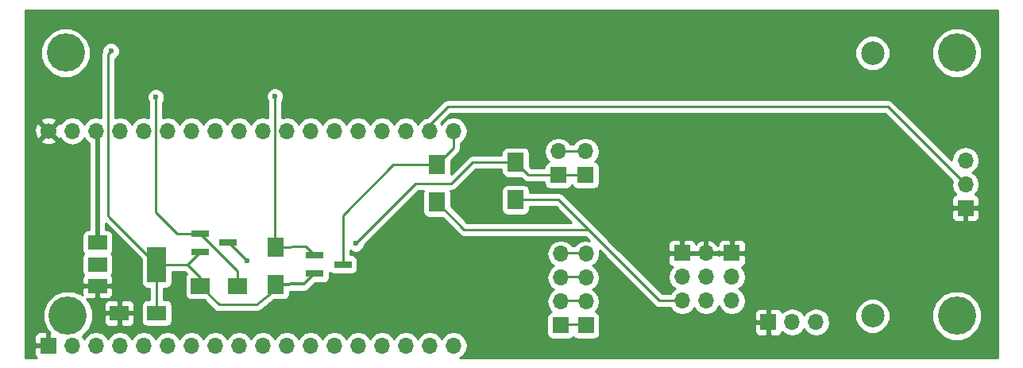
<source format=gbr>
G04 #@! TF.FileFunction,Copper,L2,Bot,Signal*
%FSLAX46Y46*%
G04 Gerber Fmt 4.6, Leading zero omitted, Abs format (unit mm)*
G04 Created by KiCad (PCBNEW 4.0.7) date 04/05/18 15:18:43*
%MOMM*%
%LPD*%
G01*
G04 APERTURE LIST*
%ADD10C,0.100000*%
%ADD11O,1.700000X1.700000*%
%ADD12R,1.700000X1.700000*%
%ADD13C,1.700000*%
%ADD14R,1.900000X0.800000*%
%ADD15R,2.000000X3.800000*%
%ADD16R,2.000000X1.500000*%
%ADD17R,1.700000X2.000000*%
%ADD18R,2.000000X1.700000*%
%ADD19C,4.064000*%
%ADD20C,2.500000*%
%ADD21R,2.000000X1.600000*%
%ADD22C,0.600000*%
%ADD23C,0.250000*%
%ADD24C,0.500000*%
%ADD25C,0.350000*%
%ADD26C,0.254000*%
G04 APERTURE END LIST*
D10*
D11*
X137530000Y-108960000D03*
X134990000Y-108960000D03*
X132450000Y-108960000D03*
X129910000Y-108960000D03*
X127370000Y-108960000D03*
X124830000Y-108960000D03*
X122290000Y-108960000D03*
X119750000Y-108960000D03*
X117210000Y-108960000D03*
X114670000Y-108960000D03*
X112130000Y-108960000D03*
X109590000Y-108960000D03*
X107050000Y-108960000D03*
X104510000Y-108960000D03*
X101970000Y-108960000D03*
X99430000Y-108960000D03*
X96890000Y-108960000D03*
D12*
X94350000Y-108960000D03*
D13*
X94350000Y-86100000D03*
D11*
X96890000Y-86100000D03*
X99430000Y-86100000D03*
X101970000Y-86100000D03*
X104510000Y-86100000D03*
X107050000Y-86100000D03*
X109590000Y-86100000D03*
X112130000Y-86100000D03*
X114670000Y-86100000D03*
X117210000Y-86100000D03*
X119750000Y-86100000D03*
X122290000Y-86100000D03*
X124830000Y-86100000D03*
X127370000Y-86100000D03*
X129910000Y-86100000D03*
X132450000Y-86100000D03*
X134990000Y-86100000D03*
X137530000Y-86100000D03*
D12*
X171100000Y-106450000D03*
D11*
X173640000Y-106450000D03*
X176180000Y-106450000D03*
D12*
X192103000Y-94320000D03*
D11*
X192103000Y-91780000D03*
X192103000Y-89240000D03*
D12*
X151638000Y-106807000D03*
D11*
X151638000Y-104267000D03*
X151638000Y-101727000D03*
X151638000Y-99187000D03*
D12*
X151600000Y-90800000D03*
D11*
X151600000Y-88260000D03*
D12*
X167200000Y-99100000D03*
D11*
X167200000Y-101640000D03*
X167200000Y-104180000D03*
D12*
X161900000Y-99100000D03*
D11*
X164440000Y-99100000D03*
X161900000Y-101640000D03*
X164440000Y-101640000D03*
X161900000Y-104180000D03*
X164440000Y-104180000D03*
D12*
X148971000Y-106807000D03*
D11*
X148971000Y-104267000D03*
X148971000Y-101727000D03*
X148971000Y-99187000D03*
D12*
X148700000Y-90800000D03*
D11*
X148700000Y-88260000D03*
D14*
X110527000Y-98962000D03*
X110527000Y-97062000D03*
X113527000Y-98012000D03*
X122727000Y-101262000D03*
X122727000Y-99362000D03*
X125727000Y-100312000D03*
D15*
X105877000Y-100312000D03*
D16*
X99577000Y-100312000D03*
X99577000Y-98012000D03*
X99577000Y-102612000D03*
D17*
X144145000Y-89440000D03*
X144145000Y-93440000D03*
X135763000Y-89694000D03*
X135763000Y-93694000D03*
D18*
X110527000Y-102612000D03*
X114527000Y-102612000D03*
D17*
X118577360Y-98444300D03*
X118577360Y-102444300D03*
D19*
X96420000Y-105770000D03*
X191170000Y-105770000D03*
X191180000Y-77770000D03*
X96180000Y-77770000D03*
D20*
X182200000Y-105800000D03*
X182200000Y-77800000D03*
D21*
X105900000Y-105500000D03*
X101900000Y-105500000D03*
D22*
X127100000Y-98100000D03*
X115500000Y-99900000D03*
X101000000Y-77600000D03*
X105800000Y-82500000D03*
X118500000Y-82400000D03*
D23*
X125727000Y-100312000D02*
X125727000Y-95073000D01*
X131106000Y-89694000D02*
X135763000Y-89694000D01*
X125727000Y-95073000D02*
X131106000Y-89694000D01*
X137530000Y-86100000D02*
X137530000Y-87927000D01*
X137530000Y-87927000D02*
X135763000Y-89694000D01*
X151600000Y-88260000D02*
X148700000Y-88260000D01*
X149160000Y-99100000D02*
X151700000Y-99100000D01*
X149160000Y-101640000D02*
X151700000Y-101640000D01*
X149160000Y-104180000D02*
X151700000Y-104180000D01*
X149160000Y-106720000D02*
X151700000Y-106720000D01*
X144145000Y-93440000D02*
X148740000Y-93440000D01*
X148740000Y-93440000D02*
X151900000Y-96600000D01*
X161900000Y-104180000D02*
X159480000Y-104180000D01*
X138669000Y-96600000D02*
X135763000Y-93694000D01*
X151900000Y-96600000D02*
X138669000Y-96600000D01*
X159480000Y-104180000D02*
X151900000Y-96600000D01*
D24*
X99577000Y-98012000D02*
X99577000Y-86247000D01*
D23*
X99577000Y-86247000D02*
X99430000Y-86100000D01*
D24*
X99557000Y-97992000D02*
X99577000Y-98012000D01*
D23*
X144145000Y-89440000D02*
X139560000Y-89440000D01*
X133500000Y-91700000D02*
X127100000Y-98100000D01*
X137300000Y-91700000D02*
X133500000Y-91700000D01*
X139560000Y-89440000D02*
X137300000Y-91700000D01*
X113527000Y-98012000D02*
X113612000Y-98012000D01*
X113612000Y-98012000D02*
X115500000Y-99900000D01*
X148700000Y-90800000D02*
X145505000Y-90800000D01*
X145505000Y-90800000D02*
X144145000Y-89440000D01*
X148700000Y-90800000D02*
X151600000Y-90800000D01*
X134990000Y-86100000D02*
X134990000Y-85410000D01*
X134990000Y-85410000D02*
X136900000Y-83500000D01*
X183823000Y-83500000D02*
X192103000Y-91780000D01*
X136900000Y-83500000D02*
X183823000Y-83500000D01*
X134990000Y-86100000D02*
X135000000Y-86100000D01*
X105877000Y-100312000D02*
X105877000Y-105477000D01*
X105877000Y-105477000D02*
X105900000Y-105500000D01*
X100700000Y-77900000D02*
X100700000Y-95135000D01*
X100827000Y-95262000D02*
X105877000Y-100312000D01*
X100700000Y-95135000D02*
X100827000Y-95262000D01*
X118577360Y-102444300D02*
X118577360Y-102944300D01*
X118577360Y-102944300D02*
X116527000Y-104612000D01*
X112527000Y-104612000D02*
X110527000Y-102612000D01*
X116527000Y-104612000D02*
X112527000Y-104612000D01*
X110527000Y-102612000D02*
X110527000Y-101662000D01*
X110527000Y-101662000D02*
X109177000Y-100312000D01*
X105877000Y-100312000D02*
X109177000Y-100312000D01*
X109177000Y-100312000D02*
X110527000Y-98962000D01*
X101000000Y-77600000D02*
X100700000Y-77900000D01*
X100700000Y-77900000D02*
X100700000Y-77900000D01*
D25*
X118577360Y-102444300D02*
X121577000Y-102412000D01*
X121577000Y-102412000D02*
X122727000Y-101262000D01*
X110527000Y-102612000D02*
X110527000Y-101912000D01*
D23*
X105800000Y-87700000D02*
X105800000Y-94785000D01*
X108077000Y-97062000D02*
X105927000Y-94912000D01*
X108077000Y-97062000D02*
X110527000Y-97062000D01*
X105800000Y-94785000D02*
X105927000Y-94912000D01*
X105800000Y-87800000D02*
X105800000Y-87700000D01*
X105800000Y-87700000D02*
X105800000Y-82500000D01*
X114527000Y-102612000D02*
X114527000Y-101062000D01*
X114527000Y-101062000D02*
X110527000Y-97062000D01*
X118500000Y-98366940D02*
X118500000Y-82400000D01*
X118500000Y-98366940D02*
X118577360Y-98444300D01*
X118577360Y-98444300D02*
X121777000Y-98412000D01*
X121777000Y-98412000D02*
X122727000Y-99362000D01*
D26*
G36*
X195490000Y-110290000D02*
X138204625Y-110290000D01*
X138580054Y-110039147D01*
X138901961Y-109557378D01*
X139015000Y-108989093D01*
X139015000Y-108930907D01*
X138901961Y-108362622D01*
X138580054Y-107880853D01*
X138098285Y-107558946D01*
X137530000Y-107445907D01*
X136961715Y-107558946D01*
X136479946Y-107880853D01*
X136260000Y-108210026D01*
X136040054Y-107880853D01*
X135558285Y-107558946D01*
X134990000Y-107445907D01*
X134421715Y-107558946D01*
X133939946Y-107880853D01*
X133720000Y-108210026D01*
X133500054Y-107880853D01*
X133018285Y-107558946D01*
X132450000Y-107445907D01*
X131881715Y-107558946D01*
X131399946Y-107880853D01*
X131180000Y-108210026D01*
X130960054Y-107880853D01*
X130478285Y-107558946D01*
X129910000Y-107445907D01*
X129341715Y-107558946D01*
X128859946Y-107880853D01*
X128640000Y-108210026D01*
X128420054Y-107880853D01*
X127938285Y-107558946D01*
X127370000Y-107445907D01*
X126801715Y-107558946D01*
X126319946Y-107880853D01*
X126100000Y-108210026D01*
X125880054Y-107880853D01*
X125398285Y-107558946D01*
X124830000Y-107445907D01*
X124261715Y-107558946D01*
X123779946Y-107880853D01*
X123560000Y-108210026D01*
X123340054Y-107880853D01*
X122858285Y-107558946D01*
X122290000Y-107445907D01*
X121721715Y-107558946D01*
X121239946Y-107880853D01*
X121020000Y-108210026D01*
X120800054Y-107880853D01*
X120318285Y-107558946D01*
X119750000Y-107445907D01*
X119181715Y-107558946D01*
X118699946Y-107880853D01*
X118480000Y-108210026D01*
X118260054Y-107880853D01*
X117778285Y-107558946D01*
X117210000Y-107445907D01*
X116641715Y-107558946D01*
X116159946Y-107880853D01*
X115940000Y-108210026D01*
X115720054Y-107880853D01*
X115238285Y-107558946D01*
X114670000Y-107445907D01*
X114101715Y-107558946D01*
X113619946Y-107880853D01*
X113400000Y-108210026D01*
X113180054Y-107880853D01*
X112698285Y-107558946D01*
X112130000Y-107445907D01*
X111561715Y-107558946D01*
X111079946Y-107880853D01*
X110860000Y-108210026D01*
X110640054Y-107880853D01*
X110158285Y-107558946D01*
X109590000Y-107445907D01*
X109021715Y-107558946D01*
X108539946Y-107880853D01*
X108320000Y-108210026D01*
X108100054Y-107880853D01*
X107618285Y-107558946D01*
X107050000Y-107445907D01*
X106481715Y-107558946D01*
X105999946Y-107880853D01*
X105780000Y-108210026D01*
X105560054Y-107880853D01*
X105078285Y-107558946D01*
X104510000Y-107445907D01*
X103941715Y-107558946D01*
X103459946Y-107880853D01*
X103240000Y-108210026D01*
X103020054Y-107880853D01*
X102538285Y-107558946D01*
X101970000Y-107445907D01*
X101401715Y-107558946D01*
X100919946Y-107880853D01*
X100700000Y-108210026D01*
X100480054Y-107880853D01*
X99998285Y-107558946D01*
X99430000Y-107445907D01*
X98861715Y-107558946D01*
X98379946Y-107880853D01*
X98160000Y-108210026D01*
X97996235Y-107964934D01*
X98679655Y-107282707D01*
X99086536Y-106302827D01*
X99086987Y-105785750D01*
X100265000Y-105785750D01*
X100265000Y-106426310D01*
X100361673Y-106659699D01*
X100540302Y-106838327D01*
X100773691Y-106935000D01*
X101614250Y-106935000D01*
X101773000Y-106776250D01*
X101773000Y-105627000D01*
X102027000Y-105627000D01*
X102027000Y-106776250D01*
X102185750Y-106935000D01*
X103026309Y-106935000D01*
X103259698Y-106838327D01*
X103438327Y-106659699D01*
X103535000Y-106426310D01*
X103535000Y-105785750D01*
X103376250Y-105627000D01*
X102027000Y-105627000D01*
X101773000Y-105627000D01*
X100423750Y-105627000D01*
X100265000Y-105785750D01*
X99086987Y-105785750D01*
X99087462Y-105241828D01*
X98811394Y-104573690D01*
X100265000Y-104573690D01*
X100265000Y-105214250D01*
X100423750Y-105373000D01*
X101773000Y-105373000D01*
X101773000Y-104223750D01*
X102027000Y-104223750D01*
X102027000Y-105373000D01*
X103376250Y-105373000D01*
X103535000Y-105214250D01*
X103535000Y-104573690D01*
X103438327Y-104340301D01*
X103259698Y-104161673D01*
X103026309Y-104065000D01*
X102185750Y-104065000D01*
X102027000Y-104223750D01*
X101773000Y-104223750D01*
X101614250Y-104065000D01*
X100773691Y-104065000D01*
X100540302Y-104161673D01*
X100361673Y-104340301D01*
X100265000Y-104573690D01*
X98811394Y-104573690D01*
X98682291Y-104261239D01*
X98395827Y-103974275D01*
X98450691Y-103997000D01*
X99291250Y-103997000D01*
X99450000Y-103838250D01*
X99450000Y-102739000D01*
X99704000Y-102739000D01*
X99704000Y-103838250D01*
X99862750Y-103997000D01*
X100703309Y-103997000D01*
X100936698Y-103900327D01*
X101115327Y-103721699D01*
X101212000Y-103488310D01*
X101212000Y-102897750D01*
X101053250Y-102739000D01*
X99704000Y-102739000D01*
X99450000Y-102739000D01*
X98100750Y-102739000D01*
X97942000Y-102897750D01*
X97942000Y-103488310D01*
X97964191Y-103541884D01*
X97932707Y-103510345D01*
X96952827Y-103103464D01*
X95891828Y-103102538D01*
X94911239Y-103507709D01*
X94160345Y-104257293D01*
X93753464Y-105237173D01*
X93752538Y-106298172D01*
X94157709Y-107278761D01*
X94494555Y-107616195D01*
X94477000Y-107633750D01*
X94477000Y-108833000D01*
X94497000Y-108833000D01*
X94497000Y-109087000D01*
X94477000Y-109087000D01*
X94477000Y-109107000D01*
X94223000Y-109107000D01*
X94223000Y-109087000D01*
X93023750Y-109087000D01*
X92865000Y-109245750D01*
X92865000Y-109936309D01*
X92961673Y-110169698D01*
X93081974Y-110290000D01*
X91910000Y-110290000D01*
X91910000Y-107983691D01*
X92865000Y-107983691D01*
X92865000Y-108674250D01*
X93023750Y-108833000D01*
X94223000Y-108833000D01*
X94223000Y-107633750D01*
X94064250Y-107475000D01*
X93373690Y-107475000D01*
X93140301Y-107571673D01*
X92961673Y-107750302D01*
X92865000Y-107983691D01*
X91910000Y-107983691D01*
X91910000Y-87143958D01*
X93485647Y-87143958D01*
X93565920Y-87395259D01*
X94121279Y-87596718D01*
X94711458Y-87570315D01*
X95134080Y-87395259D01*
X95214353Y-87143958D01*
X94350000Y-86279605D01*
X93485647Y-87143958D01*
X91910000Y-87143958D01*
X91910000Y-85871279D01*
X92853282Y-85871279D01*
X92879685Y-86461458D01*
X93054741Y-86884080D01*
X93306042Y-86964353D01*
X94170395Y-86100000D01*
X94529605Y-86100000D01*
X95393958Y-86964353D01*
X95643223Y-86884730D01*
X95839946Y-87179147D01*
X96321715Y-87501054D01*
X96890000Y-87614093D01*
X97458285Y-87501054D01*
X97940054Y-87179147D01*
X98160000Y-86849974D01*
X98379946Y-87179147D01*
X98692000Y-87387654D01*
X98692000Y-96614560D01*
X98577000Y-96614560D01*
X98341683Y-96658838D01*
X98125559Y-96797910D01*
X97980569Y-97010110D01*
X97929560Y-97262000D01*
X97929560Y-98762000D01*
X97973838Y-98997317D01*
X98080759Y-99163477D01*
X97980569Y-99310110D01*
X97929560Y-99562000D01*
X97929560Y-101062000D01*
X97973838Y-101297317D01*
X98079482Y-101461492D01*
X98038673Y-101502301D01*
X97942000Y-101735690D01*
X97942000Y-102326250D01*
X98100750Y-102485000D01*
X99450000Y-102485000D01*
X99450000Y-102465000D01*
X99704000Y-102465000D01*
X99704000Y-102485000D01*
X101053250Y-102485000D01*
X101212000Y-102326250D01*
X101212000Y-101735690D01*
X101115327Y-101502301D01*
X101073366Y-101460340D01*
X101173431Y-101313890D01*
X101224440Y-101062000D01*
X101224440Y-99562000D01*
X101180162Y-99326683D01*
X101073241Y-99160523D01*
X101173431Y-99013890D01*
X101224440Y-98762000D01*
X101224440Y-97262000D01*
X101180162Y-97026683D01*
X101041090Y-96810559D01*
X100828890Y-96665569D01*
X100577000Y-96614560D01*
X100462000Y-96614560D01*
X100462000Y-95971802D01*
X104229560Y-99739363D01*
X104229560Y-102212000D01*
X104273838Y-102447317D01*
X104412910Y-102663441D01*
X104625110Y-102808431D01*
X104877000Y-102859440D01*
X105117000Y-102859440D01*
X105117000Y-104052560D01*
X104900000Y-104052560D01*
X104664683Y-104096838D01*
X104448559Y-104235910D01*
X104303569Y-104448110D01*
X104252560Y-104700000D01*
X104252560Y-106300000D01*
X104296838Y-106535317D01*
X104435910Y-106751441D01*
X104648110Y-106896431D01*
X104900000Y-106947440D01*
X106900000Y-106947440D01*
X107135317Y-106903162D01*
X107351441Y-106764090D01*
X107496431Y-106551890D01*
X107547440Y-106300000D01*
X107547440Y-104700000D01*
X107503162Y-104464683D01*
X107364090Y-104248559D01*
X107151890Y-104103569D01*
X106900000Y-104052560D01*
X106637000Y-104052560D01*
X106637000Y-102859440D01*
X106877000Y-102859440D01*
X107112317Y-102815162D01*
X107328441Y-102676090D01*
X107473431Y-102463890D01*
X107524440Y-102212000D01*
X107524440Y-101072000D01*
X108862198Y-101072000D01*
X109083195Y-101292997D01*
X109075559Y-101297910D01*
X108930569Y-101510110D01*
X108879560Y-101762000D01*
X108879560Y-103462000D01*
X108923838Y-103697317D01*
X109062910Y-103913441D01*
X109275110Y-104058431D01*
X109527000Y-104109440D01*
X110949638Y-104109440D01*
X111989599Y-105149401D01*
X112236161Y-105314148D01*
X112527000Y-105372000D01*
X116527000Y-105372000D01*
X116634903Y-105350537D01*
X116744426Y-105340234D01*
X116779226Y-105321829D01*
X116817839Y-105314148D01*
X116909308Y-105253030D01*
X117006559Y-105201596D01*
X118371076Y-104091740D01*
X119427360Y-104091740D01*
X119662677Y-104047462D01*
X119878801Y-103908390D01*
X120023791Y-103696190D01*
X120074800Y-103444300D01*
X120074800Y-103238223D01*
X121585722Y-103221953D01*
X121736239Y-103190325D01*
X121886973Y-103160342D01*
X121890665Y-103157875D01*
X121895014Y-103156961D01*
X122021960Y-103070146D01*
X122149756Y-102984756D01*
X122825073Y-102309440D01*
X123677000Y-102309440D01*
X123912317Y-102265162D01*
X124128441Y-102126090D01*
X124273431Y-101913890D01*
X124324440Y-101662000D01*
X124324440Y-101171319D01*
X124525110Y-101308431D01*
X124777000Y-101359440D01*
X126677000Y-101359440D01*
X126912317Y-101315162D01*
X127128441Y-101176090D01*
X127273431Y-100963890D01*
X127324440Y-100712000D01*
X127324440Y-99912000D01*
X127280162Y-99676683D01*
X127141090Y-99460559D01*
X126928890Y-99315569D01*
X126677000Y-99264560D01*
X126487000Y-99264560D01*
X126487000Y-98809375D01*
X126569673Y-98892192D01*
X126913201Y-99034838D01*
X127285167Y-99035162D01*
X127628943Y-98893117D01*
X127892192Y-98630327D01*
X128034838Y-98286799D01*
X128034879Y-98239923D01*
X133814802Y-92460000D01*
X134312946Y-92460000D01*
X134265560Y-92694000D01*
X134265560Y-94694000D01*
X134309838Y-94929317D01*
X134448910Y-95145441D01*
X134661110Y-95290431D01*
X134913000Y-95341440D01*
X136335638Y-95341440D01*
X138131599Y-97137401D01*
X138378161Y-97302148D01*
X138669000Y-97360000D01*
X151585198Y-97360000D01*
X151991783Y-97766585D01*
X151667093Y-97702000D01*
X151608907Y-97702000D01*
X151040622Y-97815039D01*
X150558853Y-98136946D01*
X150423177Y-98340000D01*
X150185823Y-98340000D01*
X150050147Y-98136946D01*
X149568378Y-97815039D01*
X149000093Y-97702000D01*
X148941907Y-97702000D01*
X148373622Y-97815039D01*
X147891853Y-98136946D01*
X147569946Y-98618715D01*
X147456907Y-99187000D01*
X147569946Y-99755285D01*
X147891853Y-100237054D01*
X148221026Y-100457000D01*
X147891853Y-100676946D01*
X147569946Y-101158715D01*
X147456907Y-101727000D01*
X147569946Y-102295285D01*
X147891853Y-102777054D01*
X148221026Y-102997000D01*
X147891853Y-103216946D01*
X147569946Y-103698715D01*
X147456907Y-104267000D01*
X147569946Y-104835285D01*
X147891853Y-105317054D01*
X147933452Y-105344850D01*
X147885683Y-105353838D01*
X147669559Y-105492910D01*
X147524569Y-105705110D01*
X147473560Y-105957000D01*
X147473560Y-107657000D01*
X147517838Y-107892317D01*
X147656910Y-108108441D01*
X147869110Y-108253431D01*
X148121000Y-108304440D01*
X149821000Y-108304440D01*
X150056317Y-108260162D01*
X150272441Y-108121090D01*
X150303139Y-108076162D01*
X150323910Y-108108441D01*
X150536110Y-108253431D01*
X150788000Y-108304440D01*
X152488000Y-108304440D01*
X152723317Y-108260162D01*
X152939441Y-108121090D01*
X153084431Y-107908890D01*
X153135440Y-107657000D01*
X153135440Y-106735750D01*
X169615000Y-106735750D01*
X169615000Y-107426309D01*
X169711673Y-107659698D01*
X169890301Y-107838327D01*
X170123690Y-107935000D01*
X170814250Y-107935000D01*
X170973000Y-107776250D01*
X170973000Y-106577000D01*
X169773750Y-106577000D01*
X169615000Y-106735750D01*
X153135440Y-106735750D01*
X153135440Y-105957000D01*
X153091162Y-105721683D01*
X152952090Y-105505559D01*
X152739890Y-105360569D01*
X152672459Y-105346914D01*
X152717147Y-105317054D01*
X153039054Y-104835285D01*
X153152093Y-104267000D01*
X153039054Y-103698715D01*
X152717147Y-103216946D01*
X152387974Y-102997000D01*
X152717147Y-102777054D01*
X153039054Y-102295285D01*
X153152093Y-101727000D01*
X153039054Y-101158715D01*
X152717147Y-100676946D01*
X152387974Y-100457000D01*
X152717147Y-100237054D01*
X153039054Y-99755285D01*
X153152093Y-99187000D01*
X153087508Y-98862310D01*
X158942599Y-104717401D01*
X159189161Y-104882148D01*
X159480000Y-104940000D01*
X160627046Y-104940000D01*
X160820853Y-105230054D01*
X161302622Y-105551961D01*
X161870907Y-105665000D01*
X161929093Y-105665000D01*
X162497378Y-105551961D01*
X162979147Y-105230054D01*
X163170000Y-104944422D01*
X163360853Y-105230054D01*
X163842622Y-105551961D01*
X164410907Y-105665000D01*
X164469093Y-105665000D01*
X165037378Y-105551961D01*
X165519147Y-105230054D01*
X165820000Y-104779795D01*
X166120853Y-105230054D01*
X166602622Y-105551961D01*
X167170907Y-105665000D01*
X167229093Y-105665000D01*
X167797378Y-105551961D01*
X167914517Y-105473691D01*
X169615000Y-105473691D01*
X169615000Y-106164250D01*
X169773750Y-106323000D01*
X170973000Y-106323000D01*
X170973000Y-105123750D01*
X171227000Y-105123750D01*
X171227000Y-106323000D01*
X171247000Y-106323000D01*
X171247000Y-106577000D01*
X171227000Y-106577000D01*
X171227000Y-107776250D01*
X171385750Y-107935000D01*
X172076310Y-107935000D01*
X172309699Y-107838327D01*
X172488327Y-107659698D01*
X172560597Y-107485223D01*
X172589946Y-107529147D01*
X173071715Y-107851054D01*
X173640000Y-107964093D01*
X174208285Y-107851054D01*
X174690054Y-107529147D01*
X174910000Y-107199974D01*
X175129946Y-107529147D01*
X175611715Y-107851054D01*
X176180000Y-107964093D01*
X176748285Y-107851054D01*
X177230054Y-107529147D01*
X177551961Y-107047378D01*
X177665000Y-106479093D01*
X177665000Y-106420907D01*
X177615749Y-106173305D01*
X180314674Y-106173305D01*
X180601043Y-106866372D01*
X181130839Y-107397093D01*
X181823405Y-107684672D01*
X182573305Y-107685326D01*
X183266372Y-107398957D01*
X183797093Y-106869161D01*
X184034188Y-106298172D01*
X188502538Y-106298172D01*
X188907709Y-107278761D01*
X189657293Y-108029655D01*
X190637173Y-108436536D01*
X191698172Y-108437462D01*
X192678761Y-108032291D01*
X193429655Y-107282707D01*
X193836536Y-106302827D01*
X193837462Y-105241828D01*
X193432291Y-104261239D01*
X192682707Y-103510345D01*
X191702827Y-103103464D01*
X190641828Y-103102538D01*
X189661239Y-103507709D01*
X188910345Y-104257293D01*
X188503464Y-105237173D01*
X188502538Y-106298172D01*
X184034188Y-106298172D01*
X184084672Y-106176595D01*
X184085326Y-105426695D01*
X183798957Y-104733628D01*
X183269161Y-104202907D01*
X182576595Y-103915328D01*
X181826695Y-103914674D01*
X181133628Y-104201043D01*
X180602907Y-104730839D01*
X180315328Y-105423405D01*
X180314674Y-106173305D01*
X177615749Y-106173305D01*
X177551961Y-105852622D01*
X177230054Y-105370853D01*
X176748285Y-105048946D01*
X176180000Y-104935907D01*
X175611715Y-105048946D01*
X175129946Y-105370853D01*
X174910000Y-105700026D01*
X174690054Y-105370853D01*
X174208285Y-105048946D01*
X173640000Y-104935907D01*
X173071715Y-105048946D01*
X172589946Y-105370853D01*
X172560597Y-105414777D01*
X172488327Y-105240302D01*
X172309699Y-105061673D01*
X172076310Y-104965000D01*
X171385750Y-104965000D01*
X171227000Y-105123750D01*
X170973000Y-105123750D01*
X170814250Y-104965000D01*
X170123690Y-104965000D01*
X169890301Y-105061673D01*
X169711673Y-105240302D01*
X169615000Y-105473691D01*
X167914517Y-105473691D01*
X168279147Y-105230054D01*
X168601054Y-104748285D01*
X168714093Y-104180000D01*
X168601054Y-103611715D01*
X168279147Y-103129946D01*
X167949974Y-102910000D01*
X168279147Y-102690054D01*
X168601054Y-102208285D01*
X168714093Y-101640000D01*
X168601054Y-101071715D01*
X168279147Y-100589946D01*
X168235223Y-100560597D01*
X168409698Y-100488327D01*
X168588327Y-100309699D01*
X168685000Y-100076310D01*
X168685000Y-99385750D01*
X168526250Y-99227000D01*
X167327000Y-99227000D01*
X167327000Y-99247000D01*
X167073000Y-99247000D01*
X167073000Y-99227000D01*
X165873750Y-99227000D01*
X165799395Y-99301355D01*
X165760155Y-99227000D01*
X164567000Y-99227000D01*
X164567000Y-99247000D01*
X164313000Y-99247000D01*
X164313000Y-99227000D01*
X162027000Y-99227000D01*
X162027000Y-99247000D01*
X161773000Y-99247000D01*
X161773000Y-99227000D01*
X160573750Y-99227000D01*
X160415000Y-99385750D01*
X160415000Y-100076310D01*
X160511673Y-100309699D01*
X160690302Y-100488327D01*
X160864777Y-100560597D01*
X160820853Y-100589946D01*
X160498946Y-101071715D01*
X160385907Y-101640000D01*
X160498946Y-102208285D01*
X160820853Y-102690054D01*
X161150026Y-102910000D01*
X160820853Y-103129946D01*
X160627046Y-103420000D01*
X159794802Y-103420000D01*
X154498492Y-98123690D01*
X160415000Y-98123690D01*
X160415000Y-98814250D01*
X160573750Y-98973000D01*
X161773000Y-98973000D01*
X161773000Y-97773750D01*
X162027000Y-97773750D01*
X162027000Y-98973000D01*
X164313000Y-98973000D01*
X164313000Y-97779181D01*
X164567000Y-97779181D01*
X164567000Y-98973000D01*
X165760155Y-98973000D01*
X165799395Y-98898645D01*
X165873750Y-98973000D01*
X167073000Y-98973000D01*
X167073000Y-97773750D01*
X167327000Y-97773750D01*
X167327000Y-98973000D01*
X168526250Y-98973000D01*
X168685000Y-98814250D01*
X168685000Y-98123690D01*
X168588327Y-97890301D01*
X168409698Y-97711673D01*
X168176309Y-97615000D01*
X167485750Y-97615000D01*
X167327000Y-97773750D01*
X167073000Y-97773750D01*
X166914250Y-97615000D01*
X166223691Y-97615000D01*
X165990302Y-97711673D01*
X165811673Y-97890301D01*
X165715000Y-98123690D01*
X165715000Y-98341176D01*
X165711645Y-98333076D01*
X165321358Y-97904817D01*
X164796892Y-97658514D01*
X164567000Y-97779181D01*
X164313000Y-97779181D01*
X164083108Y-97658514D01*
X163558642Y-97904817D01*
X163376930Y-98104208D01*
X163288327Y-97890301D01*
X163109698Y-97711673D01*
X162876309Y-97615000D01*
X162185750Y-97615000D01*
X162027000Y-97773750D01*
X161773000Y-97773750D01*
X161614250Y-97615000D01*
X160923691Y-97615000D01*
X160690302Y-97711673D01*
X160511673Y-97890301D01*
X160415000Y-98123690D01*
X154498492Y-98123690D01*
X150980552Y-94605750D01*
X190618000Y-94605750D01*
X190618000Y-95296310D01*
X190714673Y-95529699D01*
X190893302Y-95708327D01*
X191126691Y-95805000D01*
X191817250Y-95805000D01*
X191976000Y-95646250D01*
X191976000Y-94447000D01*
X192230000Y-94447000D01*
X192230000Y-95646250D01*
X192388750Y-95805000D01*
X193079309Y-95805000D01*
X193312698Y-95708327D01*
X193491327Y-95529699D01*
X193588000Y-95296310D01*
X193588000Y-94605750D01*
X193429250Y-94447000D01*
X192230000Y-94447000D01*
X191976000Y-94447000D01*
X190776750Y-94447000D01*
X190618000Y-94605750D01*
X150980552Y-94605750D01*
X149277401Y-92902599D01*
X149030839Y-92737852D01*
X148740000Y-92680000D01*
X145642440Y-92680000D01*
X145642440Y-92440000D01*
X145598162Y-92204683D01*
X145459090Y-91988559D01*
X145246890Y-91843569D01*
X144995000Y-91792560D01*
X143295000Y-91792560D01*
X143059683Y-91836838D01*
X142843559Y-91975910D01*
X142698569Y-92188110D01*
X142647560Y-92440000D01*
X142647560Y-94440000D01*
X142691838Y-94675317D01*
X142830910Y-94891441D01*
X143043110Y-95036431D01*
X143295000Y-95087440D01*
X144995000Y-95087440D01*
X145230317Y-95043162D01*
X145446441Y-94904090D01*
X145591431Y-94691890D01*
X145642440Y-94440000D01*
X145642440Y-94200000D01*
X148425198Y-94200000D01*
X150065198Y-95840000D01*
X138983802Y-95840000D01*
X137260440Y-94116638D01*
X137260440Y-92694000D01*
X137216410Y-92460000D01*
X137300000Y-92460000D01*
X137590839Y-92402148D01*
X137837401Y-92237401D01*
X139874802Y-90200000D01*
X142647560Y-90200000D01*
X142647560Y-90440000D01*
X142691838Y-90675317D01*
X142830910Y-90891441D01*
X143043110Y-91036431D01*
X143295000Y-91087440D01*
X144717638Y-91087440D01*
X144967599Y-91337401D01*
X145214160Y-91502148D01*
X145262414Y-91511746D01*
X145505000Y-91560000D01*
X147202560Y-91560000D01*
X147202560Y-91650000D01*
X147246838Y-91885317D01*
X147385910Y-92101441D01*
X147598110Y-92246431D01*
X147850000Y-92297440D01*
X149550000Y-92297440D01*
X149785317Y-92253162D01*
X150001441Y-92114090D01*
X150146431Y-91901890D01*
X150149081Y-91888803D01*
X150285910Y-92101441D01*
X150498110Y-92246431D01*
X150750000Y-92297440D01*
X152450000Y-92297440D01*
X152685317Y-92253162D01*
X152901441Y-92114090D01*
X153046431Y-91901890D01*
X153097440Y-91650000D01*
X153097440Y-89950000D01*
X153053162Y-89714683D01*
X152914090Y-89498559D01*
X152701890Y-89353569D01*
X152634459Y-89339914D01*
X152679147Y-89310054D01*
X153001054Y-88828285D01*
X153114093Y-88260000D01*
X153001054Y-87691715D01*
X152679147Y-87209946D01*
X152197378Y-86888039D01*
X151629093Y-86775000D01*
X151570907Y-86775000D01*
X151002622Y-86888039D01*
X150520853Y-87209946D01*
X150327046Y-87500000D01*
X149972954Y-87500000D01*
X149779147Y-87209946D01*
X149297378Y-86888039D01*
X148729093Y-86775000D01*
X148670907Y-86775000D01*
X148102622Y-86888039D01*
X147620853Y-87209946D01*
X147298946Y-87691715D01*
X147185907Y-88260000D01*
X147298946Y-88828285D01*
X147620853Y-89310054D01*
X147662452Y-89337850D01*
X147614683Y-89346838D01*
X147398559Y-89485910D01*
X147253569Y-89698110D01*
X147202560Y-89950000D01*
X147202560Y-90040000D01*
X145819802Y-90040000D01*
X145642440Y-89862638D01*
X145642440Y-88440000D01*
X145598162Y-88204683D01*
X145459090Y-87988559D01*
X145246890Y-87843569D01*
X144995000Y-87792560D01*
X143295000Y-87792560D01*
X143059683Y-87836838D01*
X142843559Y-87975910D01*
X142698569Y-88188110D01*
X142647560Y-88440000D01*
X142647560Y-88680000D01*
X139560000Y-88680000D01*
X139269161Y-88737852D01*
X139022599Y-88902599D01*
X137260440Y-90664758D01*
X137260440Y-89271362D01*
X138067401Y-88464401D01*
X138232148Y-88217840D01*
X138290000Y-87927000D01*
X138290000Y-87372954D01*
X138580054Y-87179147D01*
X138901961Y-86697378D01*
X139015000Y-86129093D01*
X139015000Y-86070907D01*
X138901961Y-85502622D01*
X138580054Y-85020853D01*
X138098285Y-84698946D01*
X137530000Y-84585907D01*
X136961715Y-84698946D01*
X136479946Y-85020853D01*
X136260000Y-85350026D01*
X136205837Y-85268965D01*
X137214802Y-84260000D01*
X183508198Y-84260000D01*
X190661790Y-91413592D01*
X190588907Y-91780000D01*
X190701946Y-92348285D01*
X191023853Y-92830054D01*
X191067777Y-92859403D01*
X190893302Y-92931673D01*
X190714673Y-93110301D01*
X190618000Y-93343690D01*
X190618000Y-94034250D01*
X190776750Y-94193000D01*
X191976000Y-94193000D01*
X191976000Y-94173000D01*
X192230000Y-94173000D01*
X192230000Y-94193000D01*
X193429250Y-94193000D01*
X193588000Y-94034250D01*
X193588000Y-93343690D01*
X193491327Y-93110301D01*
X193312698Y-92931673D01*
X193138223Y-92859403D01*
X193182147Y-92830054D01*
X193504054Y-92348285D01*
X193617093Y-91780000D01*
X193504054Y-91211715D01*
X193182147Y-90729946D01*
X192852974Y-90510000D01*
X193182147Y-90290054D01*
X193504054Y-89808285D01*
X193617093Y-89240000D01*
X193504054Y-88671715D01*
X193182147Y-88189946D01*
X192700378Y-87868039D01*
X192132093Y-87755000D01*
X192073907Y-87755000D01*
X191505622Y-87868039D01*
X191023853Y-88189946D01*
X190701946Y-88671715D01*
X190597019Y-89199217D01*
X184360401Y-82962599D01*
X184113839Y-82797852D01*
X183823000Y-82740000D01*
X136900000Y-82740000D01*
X136609161Y-82797852D01*
X136362599Y-82962599D01*
X134677039Y-84648159D01*
X134421715Y-84698946D01*
X133939946Y-85020853D01*
X133720000Y-85350026D01*
X133500054Y-85020853D01*
X133018285Y-84698946D01*
X132450000Y-84585907D01*
X131881715Y-84698946D01*
X131399946Y-85020853D01*
X131180000Y-85350026D01*
X130960054Y-85020853D01*
X130478285Y-84698946D01*
X129910000Y-84585907D01*
X129341715Y-84698946D01*
X128859946Y-85020853D01*
X128640000Y-85350026D01*
X128420054Y-85020853D01*
X127938285Y-84698946D01*
X127370000Y-84585907D01*
X126801715Y-84698946D01*
X126319946Y-85020853D01*
X126100000Y-85350026D01*
X125880054Y-85020853D01*
X125398285Y-84698946D01*
X124830000Y-84585907D01*
X124261715Y-84698946D01*
X123779946Y-85020853D01*
X123560000Y-85350026D01*
X123340054Y-85020853D01*
X122858285Y-84698946D01*
X122290000Y-84585907D01*
X121721715Y-84698946D01*
X121239946Y-85020853D01*
X121020000Y-85350026D01*
X120800054Y-85020853D01*
X120318285Y-84698946D01*
X119750000Y-84585907D01*
X119260000Y-84683374D01*
X119260000Y-82962463D01*
X119292192Y-82930327D01*
X119434838Y-82586799D01*
X119435162Y-82214833D01*
X119293117Y-81871057D01*
X119030327Y-81607808D01*
X118686799Y-81465162D01*
X118314833Y-81464838D01*
X117971057Y-81606883D01*
X117707808Y-81869673D01*
X117565162Y-82213201D01*
X117564838Y-82585167D01*
X117706883Y-82928943D01*
X117740000Y-82962118D01*
X117740000Y-84691331D01*
X117210000Y-84585907D01*
X116641715Y-84698946D01*
X116159946Y-85020853D01*
X115940000Y-85350026D01*
X115720054Y-85020853D01*
X115238285Y-84698946D01*
X114670000Y-84585907D01*
X114101715Y-84698946D01*
X113619946Y-85020853D01*
X113400000Y-85350026D01*
X113180054Y-85020853D01*
X112698285Y-84698946D01*
X112130000Y-84585907D01*
X111561715Y-84698946D01*
X111079946Y-85020853D01*
X110860000Y-85350026D01*
X110640054Y-85020853D01*
X110158285Y-84698946D01*
X109590000Y-84585907D01*
X109021715Y-84698946D01*
X108539946Y-85020853D01*
X108320000Y-85350026D01*
X108100054Y-85020853D01*
X107618285Y-84698946D01*
X107050000Y-84585907D01*
X106560000Y-84683374D01*
X106560000Y-83062463D01*
X106592192Y-83030327D01*
X106734838Y-82686799D01*
X106735162Y-82314833D01*
X106593117Y-81971057D01*
X106330327Y-81707808D01*
X105986799Y-81565162D01*
X105614833Y-81564838D01*
X105271057Y-81706883D01*
X105007808Y-81969673D01*
X104865162Y-82313201D01*
X104864838Y-82685167D01*
X105006883Y-83028943D01*
X105040000Y-83062118D01*
X105040000Y-84691331D01*
X104510000Y-84585907D01*
X103941715Y-84698946D01*
X103459946Y-85020853D01*
X103240000Y-85350026D01*
X103020054Y-85020853D01*
X102538285Y-84698946D01*
X101970000Y-84585907D01*
X101460000Y-84687352D01*
X101460000Y-78421604D01*
X101528943Y-78393117D01*
X101749138Y-78173305D01*
X180314674Y-78173305D01*
X180601043Y-78866372D01*
X181130839Y-79397093D01*
X181823405Y-79684672D01*
X182573305Y-79685326D01*
X183266372Y-79398957D01*
X183797093Y-78869161D01*
X184034188Y-78298172D01*
X188512538Y-78298172D01*
X188917709Y-79278761D01*
X189667293Y-80029655D01*
X190647173Y-80436536D01*
X191708172Y-80437462D01*
X192688761Y-80032291D01*
X193439655Y-79282707D01*
X193846536Y-78302827D01*
X193847462Y-77241828D01*
X193442291Y-76261239D01*
X192692707Y-75510345D01*
X191712827Y-75103464D01*
X190651828Y-75102538D01*
X189671239Y-75507709D01*
X188920345Y-76257293D01*
X188513464Y-77237173D01*
X188512538Y-78298172D01*
X184034188Y-78298172D01*
X184084672Y-78176595D01*
X184085326Y-77426695D01*
X183798957Y-76733628D01*
X183269161Y-76202907D01*
X182576595Y-75915328D01*
X181826695Y-75914674D01*
X181133628Y-76201043D01*
X180602907Y-76730839D01*
X180315328Y-77423405D01*
X180314674Y-78173305D01*
X101749138Y-78173305D01*
X101792192Y-78130327D01*
X101934838Y-77786799D01*
X101935162Y-77414833D01*
X101793117Y-77071057D01*
X101530327Y-76807808D01*
X101186799Y-76665162D01*
X100814833Y-76664838D01*
X100471057Y-76806883D01*
X100207808Y-77069673D01*
X100065162Y-77413201D01*
X100065079Y-77508548D01*
X99997852Y-77609161D01*
X99940000Y-77900000D01*
X99940000Y-84687352D01*
X99430000Y-84585907D01*
X98861715Y-84698946D01*
X98379946Y-85020853D01*
X98160000Y-85350026D01*
X97940054Y-85020853D01*
X97458285Y-84698946D01*
X96890000Y-84585907D01*
X96321715Y-84698946D01*
X95839946Y-85020853D01*
X95643223Y-85315270D01*
X95393958Y-85235647D01*
X94529605Y-86100000D01*
X94170395Y-86100000D01*
X93306042Y-85235647D01*
X93054741Y-85315920D01*
X92853282Y-85871279D01*
X91910000Y-85871279D01*
X91910000Y-85056042D01*
X93485647Y-85056042D01*
X94350000Y-85920395D01*
X95214353Y-85056042D01*
X95134080Y-84804741D01*
X94578721Y-84603282D01*
X93988542Y-84629685D01*
X93565920Y-84804741D01*
X93485647Y-85056042D01*
X91910000Y-85056042D01*
X91910000Y-78298172D01*
X93512538Y-78298172D01*
X93917709Y-79278761D01*
X94667293Y-80029655D01*
X95647173Y-80436536D01*
X96708172Y-80437462D01*
X97688761Y-80032291D01*
X98439655Y-79282707D01*
X98846536Y-78302827D01*
X98847462Y-77241828D01*
X98442291Y-76261239D01*
X97692707Y-75510345D01*
X96712827Y-75103464D01*
X95651828Y-75102538D01*
X94671239Y-75507709D01*
X93920345Y-76257293D01*
X93513464Y-77237173D01*
X93512538Y-78298172D01*
X91910000Y-78298172D01*
X91910000Y-73210000D01*
X195490000Y-73210000D01*
X195490000Y-110290000D01*
X195490000Y-110290000D01*
G37*
X195490000Y-110290000D02*
X138204625Y-110290000D01*
X138580054Y-110039147D01*
X138901961Y-109557378D01*
X139015000Y-108989093D01*
X139015000Y-108930907D01*
X138901961Y-108362622D01*
X138580054Y-107880853D01*
X138098285Y-107558946D01*
X137530000Y-107445907D01*
X136961715Y-107558946D01*
X136479946Y-107880853D01*
X136260000Y-108210026D01*
X136040054Y-107880853D01*
X135558285Y-107558946D01*
X134990000Y-107445907D01*
X134421715Y-107558946D01*
X133939946Y-107880853D01*
X133720000Y-108210026D01*
X133500054Y-107880853D01*
X133018285Y-107558946D01*
X132450000Y-107445907D01*
X131881715Y-107558946D01*
X131399946Y-107880853D01*
X131180000Y-108210026D01*
X130960054Y-107880853D01*
X130478285Y-107558946D01*
X129910000Y-107445907D01*
X129341715Y-107558946D01*
X128859946Y-107880853D01*
X128640000Y-108210026D01*
X128420054Y-107880853D01*
X127938285Y-107558946D01*
X127370000Y-107445907D01*
X126801715Y-107558946D01*
X126319946Y-107880853D01*
X126100000Y-108210026D01*
X125880054Y-107880853D01*
X125398285Y-107558946D01*
X124830000Y-107445907D01*
X124261715Y-107558946D01*
X123779946Y-107880853D01*
X123560000Y-108210026D01*
X123340054Y-107880853D01*
X122858285Y-107558946D01*
X122290000Y-107445907D01*
X121721715Y-107558946D01*
X121239946Y-107880853D01*
X121020000Y-108210026D01*
X120800054Y-107880853D01*
X120318285Y-107558946D01*
X119750000Y-107445907D01*
X119181715Y-107558946D01*
X118699946Y-107880853D01*
X118480000Y-108210026D01*
X118260054Y-107880853D01*
X117778285Y-107558946D01*
X117210000Y-107445907D01*
X116641715Y-107558946D01*
X116159946Y-107880853D01*
X115940000Y-108210026D01*
X115720054Y-107880853D01*
X115238285Y-107558946D01*
X114670000Y-107445907D01*
X114101715Y-107558946D01*
X113619946Y-107880853D01*
X113400000Y-108210026D01*
X113180054Y-107880853D01*
X112698285Y-107558946D01*
X112130000Y-107445907D01*
X111561715Y-107558946D01*
X111079946Y-107880853D01*
X110860000Y-108210026D01*
X110640054Y-107880853D01*
X110158285Y-107558946D01*
X109590000Y-107445907D01*
X109021715Y-107558946D01*
X108539946Y-107880853D01*
X108320000Y-108210026D01*
X108100054Y-107880853D01*
X107618285Y-107558946D01*
X107050000Y-107445907D01*
X106481715Y-107558946D01*
X105999946Y-107880853D01*
X105780000Y-108210026D01*
X105560054Y-107880853D01*
X105078285Y-107558946D01*
X104510000Y-107445907D01*
X103941715Y-107558946D01*
X103459946Y-107880853D01*
X103240000Y-108210026D01*
X103020054Y-107880853D01*
X102538285Y-107558946D01*
X101970000Y-107445907D01*
X101401715Y-107558946D01*
X100919946Y-107880853D01*
X100700000Y-108210026D01*
X100480054Y-107880853D01*
X99998285Y-107558946D01*
X99430000Y-107445907D01*
X98861715Y-107558946D01*
X98379946Y-107880853D01*
X98160000Y-108210026D01*
X97996235Y-107964934D01*
X98679655Y-107282707D01*
X99086536Y-106302827D01*
X99086987Y-105785750D01*
X100265000Y-105785750D01*
X100265000Y-106426310D01*
X100361673Y-106659699D01*
X100540302Y-106838327D01*
X100773691Y-106935000D01*
X101614250Y-106935000D01*
X101773000Y-106776250D01*
X101773000Y-105627000D01*
X102027000Y-105627000D01*
X102027000Y-106776250D01*
X102185750Y-106935000D01*
X103026309Y-106935000D01*
X103259698Y-106838327D01*
X103438327Y-106659699D01*
X103535000Y-106426310D01*
X103535000Y-105785750D01*
X103376250Y-105627000D01*
X102027000Y-105627000D01*
X101773000Y-105627000D01*
X100423750Y-105627000D01*
X100265000Y-105785750D01*
X99086987Y-105785750D01*
X99087462Y-105241828D01*
X98811394Y-104573690D01*
X100265000Y-104573690D01*
X100265000Y-105214250D01*
X100423750Y-105373000D01*
X101773000Y-105373000D01*
X101773000Y-104223750D01*
X102027000Y-104223750D01*
X102027000Y-105373000D01*
X103376250Y-105373000D01*
X103535000Y-105214250D01*
X103535000Y-104573690D01*
X103438327Y-104340301D01*
X103259698Y-104161673D01*
X103026309Y-104065000D01*
X102185750Y-104065000D01*
X102027000Y-104223750D01*
X101773000Y-104223750D01*
X101614250Y-104065000D01*
X100773691Y-104065000D01*
X100540302Y-104161673D01*
X100361673Y-104340301D01*
X100265000Y-104573690D01*
X98811394Y-104573690D01*
X98682291Y-104261239D01*
X98395827Y-103974275D01*
X98450691Y-103997000D01*
X99291250Y-103997000D01*
X99450000Y-103838250D01*
X99450000Y-102739000D01*
X99704000Y-102739000D01*
X99704000Y-103838250D01*
X99862750Y-103997000D01*
X100703309Y-103997000D01*
X100936698Y-103900327D01*
X101115327Y-103721699D01*
X101212000Y-103488310D01*
X101212000Y-102897750D01*
X101053250Y-102739000D01*
X99704000Y-102739000D01*
X99450000Y-102739000D01*
X98100750Y-102739000D01*
X97942000Y-102897750D01*
X97942000Y-103488310D01*
X97964191Y-103541884D01*
X97932707Y-103510345D01*
X96952827Y-103103464D01*
X95891828Y-103102538D01*
X94911239Y-103507709D01*
X94160345Y-104257293D01*
X93753464Y-105237173D01*
X93752538Y-106298172D01*
X94157709Y-107278761D01*
X94494555Y-107616195D01*
X94477000Y-107633750D01*
X94477000Y-108833000D01*
X94497000Y-108833000D01*
X94497000Y-109087000D01*
X94477000Y-109087000D01*
X94477000Y-109107000D01*
X94223000Y-109107000D01*
X94223000Y-109087000D01*
X93023750Y-109087000D01*
X92865000Y-109245750D01*
X92865000Y-109936309D01*
X92961673Y-110169698D01*
X93081974Y-110290000D01*
X91910000Y-110290000D01*
X91910000Y-107983691D01*
X92865000Y-107983691D01*
X92865000Y-108674250D01*
X93023750Y-108833000D01*
X94223000Y-108833000D01*
X94223000Y-107633750D01*
X94064250Y-107475000D01*
X93373690Y-107475000D01*
X93140301Y-107571673D01*
X92961673Y-107750302D01*
X92865000Y-107983691D01*
X91910000Y-107983691D01*
X91910000Y-87143958D01*
X93485647Y-87143958D01*
X93565920Y-87395259D01*
X94121279Y-87596718D01*
X94711458Y-87570315D01*
X95134080Y-87395259D01*
X95214353Y-87143958D01*
X94350000Y-86279605D01*
X93485647Y-87143958D01*
X91910000Y-87143958D01*
X91910000Y-85871279D01*
X92853282Y-85871279D01*
X92879685Y-86461458D01*
X93054741Y-86884080D01*
X93306042Y-86964353D01*
X94170395Y-86100000D01*
X94529605Y-86100000D01*
X95393958Y-86964353D01*
X95643223Y-86884730D01*
X95839946Y-87179147D01*
X96321715Y-87501054D01*
X96890000Y-87614093D01*
X97458285Y-87501054D01*
X97940054Y-87179147D01*
X98160000Y-86849974D01*
X98379946Y-87179147D01*
X98692000Y-87387654D01*
X98692000Y-96614560D01*
X98577000Y-96614560D01*
X98341683Y-96658838D01*
X98125559Y-96797910D01*
X97980569Y-97010110D01*
X97929560Y-97262000D01*
X97929560Y-98762000D01*
X97973838Y-98997317D01*
X98080759Y-99163477D01*
X97980569Y-99310110D01*
X97929560Y-99562000D01*
X97929560Y-101062000D01*
X97973838Y-101297317D01*
X98079482Y-101461492D01*
X98038673Y-101502301D01*
X97942000Y-101735690D01*
X97942000Y-102326250D01*
X98100750Y-102485000D01*
X99450000Y-102485000D01*
X99450000Y-102465000D01*
X99704000Y-102465000D01*
X99704000Y-102485000D01*
X101053250Y-102485000D01*
X101212000Y-102326250D01*
X101212000Y-101735690D01*
X101115327Y-101502301D01*
X101073366Y-101460340D01*
X101173431Y-101313890D01*
X101224440Y-101062000D01*
X101224440Y-99562000D01*
X101180162Y-99326683D01*
X101073241Y-99160523D01*
X101173431Y-99013890D01*
X101224440Y-98762000D01*
X101224440Y-97262000D01*
X101180162Y-97026683D01*
X101041090Y-96810559D01*
X100828890Y-96665569D01*
X100577000Y-96614560D01*
X100462000Y-96614560D01*
X100462000Y-95971802D01*
X104229560Y-99739363D01*
X104229560Y-102212000D01*
X104273838Y-102447317D01*
X104412910Y-102663441D01*
X104625110Y-102808431D01*
X104877000Y-102859440D01*
X105117000Y-102859440D01*
X105117000Y-104052560D01*
X104900000Y-104052560D01*
X104664683Y-104096838D01*
X104448559Y-104235910D01*
X104303569Y-104448110D01*
X104252560Y-104700000D01*
X104252560Y-106300000D01*
X104296838Y-106535317D01*
X104435910Y-106751441D01*
X104648110Y-106896431D01*
X104900000Y-106947440D01*
X106900000Y-106947440D01*
X107135317Y-106903162D01*
X107351441Y-106764090D01*
X107496431Y-106551890D01*
X107547440Y-106300000D01*
X107547440Y-104700000D01*
X107503162Y-104464683D01*
X107364090Y-104248559D01*
X107151890Y-104103569D01*
X106900000Y-104052560D01*
X106637000Y-104052560D01*
X106637000Y-102859440D01*
X106877000Y-102859440D01*
X107112317Y-102815162D01*
X107328441Y-102676090D01*
X107473431Y-102463890D01*
X107524440Y-102212000D01*
X107524440Y-101072000D01*
X108862198Y-101072000D01*
X109083195Y-101292997D01*
X109075559Y-101297910D01*
X108930569Y-101510110D01*
X108879560Y-101762000D01*
X108879560Y-103462000D01*
X108923838Y-103697317D01*
X109062910Y-103913441D01*
X109275110Y-104058431D01*
X109527000Y-104109440D01*
X110949638Y-104109440D01*
X111989599Y-105149401D01*
X112236161Y-105314148D01*
X112527000Y-105372000D01*
X116527000Y-105372000D01*
X116634903Y-105350537D01*
X116744426Y-105340234D01*
X116779226Y-105321829D01*
X116817839Y-105314148D01*
X116909308Y-105253030D01*
X117006559Y-105201596D01*
X118371076Y-104091740D01*
X119427360Y-104091740D01*
X119662677Y-104047462D01*
X119878801Y-103908390D01*
X120023791Y-103696190D01*
X120074800Y-103444300D01*
X120074800Y-103238223D01*
X121585722Y-103221953D01*
X121736239Y-103190325D01*
X121886973Y-103160342D01*
X121890665Y-103157875D01*
X121895014Y-103156961D01*
X122021960Y-103070146D01*
X122149756Y-102984756D01*
X122825073Y-102309440D01*
X123677000Y-102309440D01*
X123912317Y-102265162D01*
X124128441Y-102126090D01*
X124273431Y-101913890D01*
X124324440Y-101662000D01*
X124324440Y-101171319D01*
X124525110Y-101308431D01*
X124777000Y-101359440D01*
X126677000Y-101359440D01*
X126912317Y-101315162D01*
X127128441Y-101176090D01*
X127273431Y-100963890D01*
X127324440Y-100712000D01*
X127324440Y-99912000D01*
X127280162Y-99676683D01*
X127141090Y-99460559D01*
X126928890Y-99315569D01*
X126677000Y-99264560D01*
X126487000Y-99264560D01*
X126487000Y-98809375D01*
X126569673Y-98892192D01*
X126913201Y-99034838D01*
X127285167Y-99035162D01*
X127628943Y-98893117D01*
X127892192Y-98630327D01*
X128034838Y-98286799D01*
X128034879Y-98239923D01*
X133814802Y-92460000D01*
X134312946Y-92460000D01*
X134265560Y-92694000D01*
X134265560Y-94694000D01*
X134309838Y-94929317D01*
X134448910Y-95145441D01*
X134661110Y-95290431D01*
X134913000Y-95341440D01*
X136335638Y-95341440D01*
X138131599Y-97137401D01*
X138378161Y-97302148D01*
X138669000Y-97360000D01*
X151585198Y-97360000D01*
X151991783Y-97766585D01*
X151667093Y-97702000D01*
X151608907Y-97702000D01*
X151040622Y-97815039D01*
X150558853Y-98136946D01*
X150423177Y-98340000D01*
X150185823Y-98340000D01*
X150050147Y-98136946D01*
X149568378Y-97815039D01*
X149000093Y-97702000D01*
X148941907Y-97702000D01*
X148373622Y-97815039D01*
X147891853Y-98136946D01*
X147569946Y-98618715D01*
X147456907Y-99187000D01*
X147569946Y-99755285D01*
X147891853Y-100237054D01*
X148221026Y-100457000D01*
X147891853Y-100676946D01*
X147569946Y-101158715D01*
X147456907Y-101727000D01*
X147569946Y-102295285D01*
X147891853Y-102777054D01*
X148221026Y-102997000D01*
X147891853Y-103216946D01*
X147569946Y-103698715D01*
X147456907Y-104267000D01*
X147569946Y-104835285D01*
X147891853Y-105317054D01*
X147933452Y-105344850D01*
X147885683Y-105353838D01*
X147669559Y-105492910D01*
X147524569Y-105705110D01*
X147473560Y-105957000D01*
X147473560Y-107657000D01*
X147517838Y-107892317D01*
X147656910Y-108108441D01*
X147869110Y-108253431D01*
X148121000Y-108304440D01*
X149821000Y-108304440D01*
X150056317Y-108260162D01*
X150272441Y-108121090D01*
X150303139Y-108076162D01*
X150323910Y-108108441D01*
X150536110Y-108253431D01*
X150788000Y-108304440D01*
X152488000Y-108304440D01*
X152723317Y-108260162D01*
X152939441Y-108121090D01*
X153084431Y-107908890D01*
X153135440Y-107657000D01*
X153135440Y-106735750D01*
X169615000Y-106735750D01*
X169615000Y-107426309D01*
X169711673Y-107659698D01*
X169890301Y-107838327D01*
X170123690Y-107935000D01*
X170814250Y-107935000D01*
X170973000Y-107776250D01*
X170973000Y-106577000D01*
X169773750Y-106577000D01*
X169615000Y-106735750D01*
X153135440Y-106735750D01*
X153135440Y-105957000D01*
X153091162Y-105721683D01*
X152952090Y-105505559D01*
X152739890Y-105360569D01*
X152672459Y-105346914D01*
X152717147Y-105317054D01*
X153039054Y-104835285D01*
X153152093Y-104267000D01*
X153039054Y-103698715D01*
X152717147Y-103216946D01*
X152387974Y-102997000D01*
X152717147Y-102777054D01*
X153039054Y-102295285D01*
X153152093Y-101727000D01*
X153039054Y-101158715D01*
X152717147Y-100676946D01*
X152387974Y-100457000D01*
X152717147Y-100237054D01*
X153039054Y-99755285D01*
X153152093Y-99187000D01*
X153087508Y-98862310D01*
X158942599Y-104717401D01*
X159189161Y-104882148D01*
X159480000Y-104940000D01*
X160627046Y-104940000D01*
X160820853Y-105230054D01*
X161302622Y-105551961D01*
X161870907Y-105665000D01*
X161929093Y-105665000D01*
X162497378Y-105551961D01*
X162979147Y-105230054D01*
X163170000Y-104944422D01*
X163360853Y-105230054D01*
X163842622Y-105551961D01*
X164410907Y-105665000D01*
X164469093Y-105665000D01*
X165037378Y-105551961D01*
X165519147Y-105230054D01*
X165820000Y-104779795D01*
X166120853Y-105230054D01*
X166602622Y-105551961D01*
X167170907Y-105665000D01*
X167229093Y-105665000D01*
X167797378Y-105551961D01*
X167914517Y-105473691D01*
X169615000Y-105473691D01*
X169615000Y-106164250D01*
X169773750Y-106323000D01*
X170973000Y-106323000D01*
X170973000Y-105123750D01*
X171227000Y-105123750D01*
X171227000Y-106323000D01*
X171247000Y-106323000D01*
X171247000Y-106577000D01*
X171227000Y-106577000D01*
X171227000Y-107776250D01*
X171385750Y-107935000D01*
X172076310Y-107935000D01*
X172309699Y-107838327D01*
X172488327Y-107659698D01*
X172560597Y-107485223D01*
X172589946Y-107529147D01*
X173071715Y-107851054D01*
X173640000Y-107964093D01*
X174208285Y-107851054D01*
X174690054Y-107529147D01*
X174910000Y-107199974D01*
X175129946Y-107529147D01*
X175611715Y-107851054D01*
X176180000Y-107964093D01*
X176748285Y-107851054D01*
X177230054Y-107529147D01*
X177551961Y-107047378D01*
X177665000Y-106479093D01*
X177665000Y-106420907D01*
X177615749Y-106173305D01*
X180314674Y-106173305D01*
X180601043Y-106866372D01*
X181130839Y-107397093D01*
X181823405Y-107684672D01*
X182573305Y-107685326D01*
X183266372Y-107398957D01*
X183797093Y-106869161D01*
X184034188Y-106298172D01*
X188502538Y-106298172D01*
X188907709Y-107278761D01*
X189657293Y-108029655D01*
X190637173Y-108436536D01*
X191698172Y-108437462D01*
X192678761Y-108032291D01*
X193429655Y-107282707D01*
X193836536Y-106302827D01*
X193837462Y-105241828D01*
X193432291Y-104261239D01*
X192682707Y-103510345D01*
X191702827Y-103103464D01*
X190641828Y-103102538D01*
X189661239Y-103507709D01*
X188910345Y-104257293D01*
X188503464Y-105237173D01*
X188502538Y-106298172D01*
X184034188Y-106298172D01*
X184084672Y-106176595D01*
X184085326Y-105426695D01*
X183798957Y-104733628D01*
X183269161Y-104202907D01*
X182576595Y-103915328D01*
X181826695Y-103914674D01*
X181133628Y-104201043D01*
X180602907Y-104730839D01*
X180315328Y-105423405D01*
X180314674Y-106173305D01*
X177615749Y-106173305D01*
X177551961Y-105852622D01*
X177230054Y-105370853D01*
X176748285Y-105048946D01*
X176180000Y-104935907D01*
X175611715Y-105048946D01*
X175129946Y-105370853D01*
X174910000Y-105700026D01*
X174690054Y-105370853D01*
X174208285Y-105048946D01*
X173640000Y-104935907D01*
X173071715Y-105048946D01*
X172589946Y-105370853D01*
X172560597Y-105414777D01*
X172488327Y-105240302D01*
X172309699Y-105061673D01*
X172076310Y-104965000D01*
X171385750Y-104965000D01*
X171227000Y-105123750D01*
X170973000Y-105123750D01*
X170814250Y-104965000D01*
X170123690Y-104965000D01*
X169890301Y-105061673D01*
X169711673Y-105240302D01*
X169615000Y-105473691D01*
X167914517Y-105473691D01*
X168279147Y-105230054D01*
X168601054Y-104748285D01*
X168714093Y-104180000D01*
X168601054Y-103611715D01*
X168279147Y-103129946D01*
X167949974Y-102910000D01*
X168279147Y-102690054D01*
X168601054Y-102208285D01*
X168714093Y-101640000D01*
X168601054Y-101071715D01*
X168279147Y-100589946D01*
X168235223Y-100560597D01*
X168409698Y-100488327D01*
X168588327Y-100309699D01*
X168685000Y-100076310D01*
X168685000Y-99385750D01*
X168526250Y-99227000D01*
X167327000Y-99227000D01*
X167327000Y-99247000D01*
X167073000Y-99247000D01*
X167073000Y-99227000D01*
X165873750Y-99227000D01*
X165799395Y-99301355D01*
X165760155Y-99227000D01*
X164567000Y-99227000D01*
X164567000Y-99247000D01*
X164313000Y-99247000D01*
X164313000Y-99227000D01*
X162027000Y-99227000D01*
X162027000Y-99247000D01*
X161773000Y-99247000D01*
X161773000Y-99227000D01*
X160573750Y-99227000D01*
X160415000Y-99385750D01*
X160415000Y-100076310D01*
X160511673Y-100309699D01*
X160690302Y-100488327D01*
X160864777Y-100560597D01*
X160820853Y-100589946D01*
X160498946Y-101071715D01*
X160385907Y-101640000D01*
X160498946Y-102208285D01*
X160820853Y-102690054D01*
X161150026Y-102910000D01*
X160820853Y-103129946D01*
X160627046Y-103420000D01*
X159794802Y-103420000D01*
X154498492Y-98123690D01*
X160415000Y-98123690D01*
X160415000Y-98814250D01*
X160573750Y-98973000D01*
X161773000Y-98973000D01*
X161773000Y-97773750D01*
X162027000Y-97773750D01*
X162027000Y-98973000D01*
X164313000Y-98973000D01*
X164313000Y-97779181D01*
X164567000Y-97779181D01*
X164567000Y-98973000D01*
X165760155Y-98973000D01*
X165799395Y-98898645D01*
X165873750Y-98973000D01*
X167073000Y-98973000D01*
X167073000Y-97773750D01*
X167327000Y-97773750D01*
X167327000Y-98973000D01*
X168526250Y-98973000D01*
X168685000Y-98814250D01*
X168685000Y-98123690D01*
X168588327Y-97890301D01*
X168409698Y-97711673D01*
X168176309Y-97615000D01*
X167485750Y-97615000D01*
X167327000Y-97773750D01*
X167073000Y-97773750D01*
X166914250Y-97615000D01*
X166223691Y-97615000D01*
X165990302Y-97711673D01*
X165811673Y-97890301D01*
X165715000Y-98123690D01*
X165715000Y-98341176D01*
X165711645Y-98333076D01*
X165321358Y-97904817D01*
X164796892Y-97658514D01*
X164567000Y-97779181D01*
X164313000Y-97779181D01*
X164083108Y-97658514D01*
X163558642Y-97904817D01*
X163376930Y-98104208D01*
X163288327Y-97890301D01*
X163109698Y-97711673D01*
X162876309Y-97615000D01*
X162185750Y-97615000D01*
X162027000Y-97773750D01*
X161773000Y-97773750D01*
X161614250Y-97615000D01*
X160923691Y-97615000D01*
X160690302Y-97711673D01*
X160511673Y-97890301D01*
X160415000Y-98123690D01*
X154498492Y-98123690D01*
X150980552Y-94605750D01*
X190618000Y-94605750D01*
X190618000Y-95296310D01*
X190714673Y-95529699D01*
X190893302Y-95708327D01*
X191126691Y-95805000D01*
X191817250Y-95805000D01*
X191976000Y-95646250D01*
X191976000Y-94447000D01*
X192230000Y-94447000D01*
X192230000Y-95646250D01*
X192388750Y-95805000D01*
X193079309Y-95805000D01*
X193312698Y-95708327D01*
X193491327Y-95529699D01*
X193588000Y-95296310D01*
X193588000Y-94605750D01*
X193429250Y-94447000D01*
X192230000Y-94447000D01*
X191976000Y-94447000D01*
X190776750Y-94447000D01*
X190618000Y-94605750D01*
X150980552Y-94605750D01*
X149277401Y-92902599D01*
X149030839Y-92737852D01*
X148740000Y-92680000D01*
X145642440Y-92680000D01*
X145642440Y-92440000D01*
X145598162Y-92204683D01*
X145459090Y-91988559D01*
X145246890Y-91843569D01*
X144995000Y-91792560D01*
X143295000Y-91792560D01*
X143059683Y-91836838D01*
X142843559Y-91975910D01*
X142698569Y-92188110D01*
X142647560Y-92440000D01*
X142647560Y-94440000D01*
X142691838Y-94675317D01*
X142830910Y-94891441D01*
X143043110Y-95036431D01*
X143295000Y-95087440D01*
X144995000Y-95087440D01*
X145230317Y-95043162D01*
X145446441Y-94904090D01*
X145591431Y-94691890D01*
X145642440Y-94440000D01*
X145642440Y-94200000D01*
X148425198Y-94200000D01*
X150065198Y-95840000D01*
X138983802Y-95840000D01*
X137260440Y-94116638D01*
X137260440Y-92694000D01*
X137216410Y-92460000D01*
X137300000Y-92460000D01*
X137590839Y-92402148D01*
X137837401Y-92237401D01*
X139874802Y-90200000D01*
X142647560Y-90200000D01*
X142647560Y-90440000D01*
X142691838Y-90675317D01*
X142830910Y-90891441D01*
X143043110Y-91036431D01*
X143295000Y-91087440D01*
X144717638Y-91087440D01*
X144967599Y-91337401D01*
X145214160Y-91502148D01*
X145262414Y-91511746D01*
X145505000Y-91560000D01*
X147202560Y-91560000D01*
X147202560Y-91650000D01*
X147246838Y-91885317D01*
X147385910Y-92101441D01*
X147598110Y-92246431D01*
X147850000Y-92297440D01*
X149550000Y-92297440D01*
X149785317Y-92253162D01*
X150001441Y-92114090D01*
X150146431Y-91901890D01*
X150149081Y-91888803D01*
X150285910Y-92101441D01*
X150498110Y-92246431D01*
X150750000Y-92297440D01*
X152450000Y-92297440D01*
X152685317Y-92253162D01*
X152901441Y-92114090D01*
X153046431Y-91901890D01*
X153097440Y-91650000D01*
X153097440Y-89950000D01*
X153053162Y-89714683D01*
X152914090Y-89498559D01*
X152701890Y-89353569D01*
X152634459Y-89339914D01*
X152679147Y-89310054D01*
X153001054Y-88828285D01*
X153114093Y-88260000D01*
X153001054Y-87691715D01*
X152679147Y-87209946D01*
X152197378Y-86888039D01*
X151629093Y-86775000D01*
X151570907Y-86775000D01*
X151002622Y-86888039D01*
X150520853Y-87209946D01*
X150327046Y-87500000D01*
X149972954Y-87500000D01*
X149779147Y-87209946D01*
X149297378Y-86888039D01*
X148729093Y-86775000D01*
X148670907Y-86775000D01*
X148102622Y-86888039D01*
X147620853Y-87209946D01*
X147298946Y-87691715D01*
X147185907Y-88260000D01*
X147298946Y-88828285D01*
X147620853Y-89310054D01*
X147662452Y-89337850D01*
X147614683Y-89346838D01*
X147398559Y-89485910D01*
X147253569Y-89698110D01*
X147202560Y-89950000D01*
X147202560Y-90040000D01*
X145819802Y-90040000D01*
X145642440Y-89862638D01*
X145642440Y-88440000D01*
X145598162Y-88204683D01*
X145459090Y-87988559D01*
X145246890Y-87843569D01*
X144995000Y-87792560D01*
X143295000Y-87792560D01*
X143059683Y-87836838D01*
X142843559Y-87975910D01*
X142698569Y-88188110D01*
X142647560Y-88440000D01*
X142647560Y-88680000D01*
X139560000Y-88680000D01*
X139269161Y-88737852D01*
X139022599Y-88902599D01*
X137260440Y-90664758D01*
X137260440Y-89271362D01*
X138067401Y-88464401D01*
X138232148Y-88217840D01*
X138290000Y-87927000D01*
X138290000Y-87372954D01*
X138580054Y-87179147D01*
X138901961Y-86697378D01*
X139015000Y-86129093D01*
X139015000Y-86070907D01*
X138901961Y-85502622D01*
X138580054Y-85020853D01*
X138098285Y-84698946D01*
X137530000Y-84585907D01*
X136961715Y-84698946D01*
X136479946Y-85020853D01*
X136260000Y-85350026D01*
X136205837Y-85268965D01*
X137214802Y-84260000D01*
X183508198Y-84260000D01*
X190661790Y-91413592D01*
X190588907Y-91780000D01*
X190701946Y-92348285D01*
X191023853Y-92830054D01*
X191067777Y-92859403D01*
X190893302Y-92931673D01*
X190714673Y-93110301D01*
X190618000Y-93343690D01*
X190618000Y-94034250D01*
X190776750Y-94193000D01*
X191976000Y-94193000D01*
X191976000Y-94173000D01*
X192230000Y-94173000D01*
X192230000Y-94193000D01*
X193429250Y-94193000D01*
X193588000Y-94034250D01*
X193588000Y-93343690D01*
X193491327Y-93110301D01*
X193312698Y-92931673D01*
X193138223Y-92859403D01*
X193182147Y-92830054D01*
X193504054Y-92348285D01*
X193617093Y-91780000D01*
X193504054Y-91211715D01*
X193182147Y-90729946D01*
X192852974Y-90510000D01*
X193182147Y-90290054D01*
X193504054Y-89808285D01*
X193617093Y-89240000D01*
X193504054Y-88671715D01*
X193182147Y-88189946D01*
X192700378Y-87868039D01*
X192132093Y-87755000D01*
X192073907Y-87755000D01*
X191505622Y-87868039D01*
X191023853Y-88189946D01*
X190701946Y-88671715D01*
X190597019Y-89199217D01*
X184360401Y-82962599D01*
X184113839Y-82797852D01*
X183823000Y-82740000D01*
X136900000Y-82740000D01*
X136609161Y-82797852D01*
X136362599Y-82962599D01*
X134677039Y-84648159D01*
X134421715Y-84698946D01*
X133939946Y-85020853D01*
X133720000Y-85350026D01*
X133500054Y-85020853D01*
X133018285Y-84698946D01*
X132450000Y-84585907D01*
X131881715Y-84698946D01*
X131399946Y-85020853D01*
X131180000Y-85350026D01*
X130960054Y-85020853D01*
X130478285Y-84698946D01*
X129910000Y-84585907D01*
X129341715Y-84698946D01*
X128859946Y-85020853D01*
X128640000Y-85350026D01*
X128420054Y-85020853D01*
X127938285Y-84698946D01*
X127370000Y-84585907D01*
X126801715Y-84698946D01*
X126319946Y-85020853D01*
X126100000Y-85350026D01*
X125880054Y-85020853D01*
X125398285Y-84698946D01*
X124830000Y-84585907D01*
X124261715Y-84698946D01*
X123779946Y-85020853D01*
X123560000Y-85350026D01*
X123340054Y-85020853D01*
X122858285Y-84698946D01*
X122290000Y-84585907D01*
X121721715Y-84698946D01*
X121239946Y-85020853D01*
X121020000Y-85350026D01*
X120800054Y-85020853D01*
X120318285Y-84698946D01*
X119750000Y-84585907D01*
X119260000Y-84683374D01*
X119260000Y-82962463D01*
X119292192Y-82930327D01*
X119434838Y-82586799D01*
X119435162Y-82214833D01*
X119293117Y-81871057D01*
X119030327Y-81607808D01*
X118686799Y-81465162D01*
X118314833Y-81464838D01*
X117971057Y-81606883D01*
X117707808Y-81869673D01*
X117565162Y-82213201D01*
X117564838Y-82585167D01*
X117706883Y-82928943D01*
X117740000Y-82962118D01*
X117740000Y-84691331D01*
X117210000Y-84585907D01*
X116641715Y-84698946D01*
X116159946Y-85020853D01*
X115940000Y-85350026D01*
X115720054Y-85020853D01*
X115238285Y-84698946D01*
X114670000Y-84585907D01*
X114101715Y-84698946D01*
X113619946Y-85020853D01*
X113400000Y-85350026D01*
X113180054Y-85020853D01*
X112698285Y-84698946D01*
X112130000Y-84585907D01*
X111561715Y-84698946D01*
X111079946Y-85020853D01*
X110860000Y-85350026D01*
X110640054Y-85020853D01*
X110158285Y-84698946D01*
X109590000Y-84585907D01*
X109021715Y-84698946D01*
X108539946Y-85020853D01*
X108320000Y-85350026D01*
X108100054Y-85020853D01*
X107618285Y-84698946D01*
X107050000Y-84585907D01*
X106560000Y-84683374D01*
X106560000Y-83062463D01*
X106592192Y-83030327D01*
X106734838Y-82686799D01*
X106735162Y-82314833D01*
X106593117Y-81971057D01*
X106330327Y-81707808D01*
X105986799Y-81565162D01*
X105614833Y-81564838D01*
X105271057Y-81706883D01*
X105007808Y-81969673D01*
X104865162Y-82313201D01*
X104864838Y-82685167D01*
X105006883Y-83028943D01*
X105040000Y-83062118D01*
X105040000Y-84691331D01*
X104510000Y-84585907D01*
X103941715Y-84698946D01*
X103459946Y-85020853D01*
X103240000Y-85350026D01*
X103020054Y-85020853D01*
X102538285Y-84698946D01*
X101970000Y-84585907D01*
X101460000Y-84687352D01*
X101460000Y-78421604D01*
X101528943Y-78393117D01*
X101749138Y-78173305D01*
X180314674Y-78173305D01*
X180601043Y-78866372D01*
X181130839Y-79397093D01*
X181823405Y-79684672D01*
X182573305Y-79685326D01*
X183266372Y-79398957D01*
X183797093Y-78869161D01*
X184034188Y-78298172D01*
X188512538Y-78298172D01*
X188917709Y-79278761D01*
X189667293Y-80029655D01*
X190647173Y-80436536D01*
X191708172Y-80437462D01*
X192688761Y-80032291D01*
X193439655Y-79282707D01*
X193846536Y-78302827D01*
X193847462Y-77241828D01*
X193442291Y-76261239D01*
X192692707Y-75510345D01*
X191712827Y-75103464D01*
X190651828Y-75102538D01*
X189671239Y-75507709D01*
X188920345Y-76257293D01*
X188513464Y-77237173D01*
X188512538Y-78298172D01*
X184034188Y-78298172D01*
X184084672Y-78176595D01*
X184085326Y-77426695D01*
X183798957Y-76733628D01*
X183269161Y-76202907D01*
X182576595Y-75915328D01*
X181826695Y-75914674D01*
X181133628Y-76201043D01*
X180602907Y-76730839D01*
X180315328Y-77423405D01*
X180314674Y-78173305D01*
X101749138Y-78173305D01*
X101792192Y-78130327D01*
X101934838Y-77786799D01*
X101935162Y-77414833D01*
X101793117Y-77071057D01*
X101530327Y-76807808D01*
X101186799Y-76665162D01*
X100814833Y-76664838D01*
X100471057Y-76806883D01*
X100207808Y-77069673D01*
X100065162Y-77413201D01*
X100065079Y-77508548D01*
X99997852Y-77609161D01*
X99940000Y-77900000D01*
X99940000Y-84687352D01*
X99430000Y-84585907D01*
X98861715Y-84698946D01*
X98379946Y-85020853D01*
X98160000Y-85350026D01*
X97940054Y-85020853D01*
X97458285Y-84698946D01*
X96890000Y-84585907D01*
X96321715Y-84698946D01*
X95839946Y-85020853D01*
X95643223Y-85315270D01*
X95393958Y-85235647D01*
X94529605Y-86100000D01*
X94170395Y-86100000D01*
X93306042Y-85235647D01*
X93054741Y-85315920D01*
X92853282Y-85871279D01*
X91910000Y-85871279D01*
X91910000Y-85056042D01*
X93485647Y-85056042D01*
X94350000Y-85920395D01*
X95214353Y-85056042D01*
X95134080Y-84804741D01*
X94578721Y-84603282D01*
X93988542Y-84629685D01*
X93565920Y-84804741D01*
X93485647Y-85056042D01*
X91910000Y-85056042D01*
X91910000Y-78298172D01*
X93512538Y-78298172D01*
X93917709Y-79278761D01*
X94667293Y-80029655D01*
X95647173Y-80436536D01*
X96708172Y-80437462D01*
X97688761Y-80032291D01*
X98439655Y-79282707D01*
X98846536Y-78302827D01*
X98847462Y-77241828D01*
X98442291Y-76261239D01*
X97692707Y-75510345D01*
X96712827Y-75103464D01*
X95651828Y-75102538D01*
X94671239Y-75507709D01*
X93920345Y-76257293D01*
X93513464Y-77237173D01*
X93512538Y-78298172D01*
X91910000Y-78298172D01*
X91910000Y-73210000D01*
X195490000Y-73210000D01*
X195490000Y-110290000D01*
M02*

</source>
